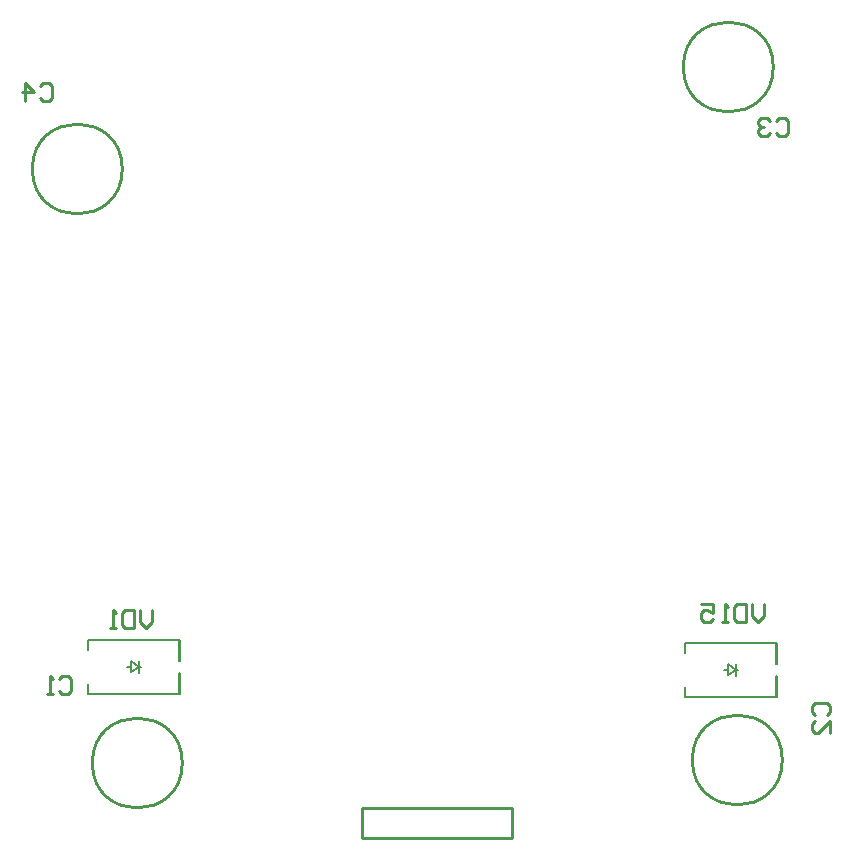
<source format=gbo>
G04*
G04 #@! TF.GenerationSoftware,Altium Limited,Altium Designer,19.0.10 (269)*
G04*
G04 Layer_Color=32896*
%FSLAX23Y23*%
%MOIN*%
G70*
G01*
G75*
%ADD11C,0.010*%
%ADD12C,0.008*%
D11*
X4430Y4360D02*
G03*
X4730Y4360I150J0D01*
G01*
D02*
G03*
X4430Y4360I-150J0D01*
G01*
X6600Y4700D02*
G03*
X6900Y4700I150J0D01*
G01*
D02*
G03*
X6600Y4700I-150J0D01*
G01*
X4630Y2380D02*
G03*
X4930Y2380I150J0D01*
G01*
D02*
G03*
X4630Y2380I-150J0D01*
G01*
X6630Y2390D02*
G03*
X6930Y2390I150J0D01*
G01*
D02*
G03*
X6630Y2390I-150J0D01*
G01*
X5530Y2230D02*
X6030D01*
X5530Y2130D02*
X6030D01*
Y2230D01*
X5530Y2130D02*
Y2230D01*
X4455Y4636D02*
X4465Y4646D01*
X4485D01*
X4495Y4636D01*
Y4596D01*
X4485Y4586D01*
X4465D01*
X4455Y4596D01*
X4405Y4586D02*
Y4646D01*
X4435Y4616D01*
X4395D01*
X6910Y4520D02*
X6920Y4530D01*
X6940D01*
X6950Y4520D01*
Y4480D01*
X6940Y4470D01*
X6920D01*
X6910Y4480D01*
X6890Y4520D02*
X6880Y4530D01*
X6860D01*
X6850Y4520D01*
Y4510D01*
X6860Y4500D01*
X6870D01*
X6860D01*
X6850Y4490D01*
Y4480D01*
X6860Y4470D01*
X6880D01*
X6890Y4480D01*
X4830Y2890D02*
Y2850D01*
X4810Y2830D01*
X4790Y2850D01*
Y2890D01*
X4770D02*
Y2830D01*
X4740D01*
X4730Y2840D01*
Y2880D01*
X4740Y2890D01*
X4770D01*
X4710Y2830D02*
X4690D01*
X4700D01*
Y2890D01*
X4710Y2880D01*
X4520Y2660D02*
X4530Y2670D01*
X4550D01*
X4560Y2660D01*
Y2620D01*
X4550Y2610D01*
X4530D01*
X4520Y2620D01*
X4500Y2610D02*
X4480D01*
X4490D01*
Y2670D01*
X4500Y2660D01*
X7040Y2540D02*
X7030Y2550D01*
Y2570D01*
X7040Y2580D01*
X7080D01*
X7090Y2570D01*
Y2550D01*
X7080Y2540D01*
X7090Y2480D02*
Y2520D01*
X7050Y2480D01*
X7040D01*
X7030Y2490D01*
Y2510D01*
X7040Y2520D01*
X6870Y2910D02*
Y2870D01*
X6850Y2850D01*
X6830Y2870D01*
Y2910D01*
X6810D02*
Y2850D01*
X6780D01*
X6770Y2860D01*
Y2900D01*
X6780Y2910D01*
X6810D01*
X6750Y2850D02*
X6730D01*
X6740D01*
Y2910D01*
X6750Y2900D01*
X6660Y2910D02*
X6700D01*
Y2880D01*
X6680Y2890D01*
X6670D01*
X6660Y2880D01*
Y2860D01*
X6670Y2850D01*
X6690D01*
X6700Y2860D01*
D12*
X4746Y2700D02*
X4758D01*
X4786D02*
X4794D01*
X4758Y2684D02*
Y2720D01*
X4786Y2700D01*
X4758Y2684D02*
X4786Y2700D01*
Y2680D02*
Y2720D01*
X4616Y2611D02*
X4924D01*
X4616D02*
Y2642D01*
X4924Y2611D02*
Y2680D01*
X4616Y2758D02*
Y2789D01*
X4918Y2680D02*
X4924D01*
X4918Y2611D02*
Y2680D01*
Y2720D02*
Y2789D01*
Y2720D02*
X4924D01*
X4616Y2789D02*
X4924D01*
Y2720D02*
Y2789D01*
X6736Y2690D02*
X6748D01*
X6776D02*
X6784D01*
X6748Y2674D02*
Y2710D01*
X6776Y2690D01*
X6748Y2674D02*
X6776Y2690D01*
Y2670D02*
Y2710D01*
X6606Y2601D02*
X6914D01*
X6606D02*
Y2632D01*
X6914Y2601D02*
Y2670D01*
X6606Y2748D02*
Y2779D01*
X6908Y2670D02*
X6914D01*
X6908Y2601D02*
Y2670D01*
Y2710D02*
Y2779D01*
Y2710D02*
X6914D01*
X6606Y2779D02*
X6914D01*
Y2710D02*
Y2779D01*
M02*

</source>
